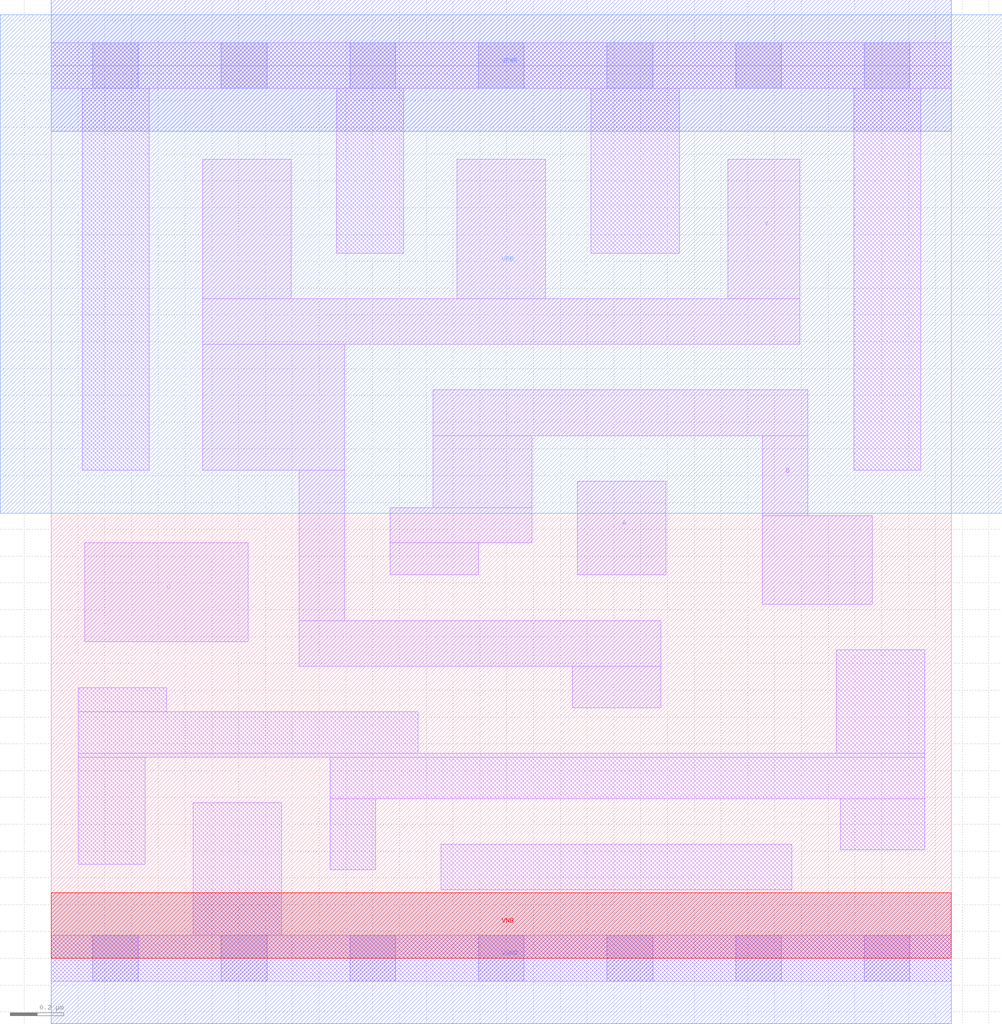
<source format=lef>
# Copyright 2020 The SkyWater PDK Authors
#
# Licensed under the Apache License, Version 2.0 (the "License");
# you may not use this file except in compliance with the License.
# You may obtain a copy of the License at
#
#     https://www.apache.org/licenses/LICENSE-2.0
#
# Unless required by applicable law or agreed to in writing, software
# distributed under the License is distributed on an "AS IS" BASIS,
# WITHOUT WARRANTIES OR CONDITIONS OF ANY KIND, either express or implied.
# See the License for the specific language governing permissions and
# limitations under the License.
#
# SPDX-License-Identifier: Apache-2.0

VERSION 5.7 ;
  NOWIREEXTENSIONATPIN ON ;
  DIVIDERCHAR "/" ;
  BUSBITCHARS "[]" ;
MACRO sky130_fd_sc_ms__nand3_2
  CLASS CORE ;
  FOREIGN sky130_fd_sc_ms__nand3_2 ;
  ORIGIN  0.000000  0.000000 ;
  SIZE  3.360000 BY  3.330000 ;
  SYMMETRY X Y ;
  SITE unit ;
  PIN A
    ANTENNAGATEAREA  0.625200 ;
    DIRECTION INPUT ;
    USE SIGNAL ;
    PORT
      LAYER li1 ;
        RECT 1.965000 1.430000 2.295000 1.780000 ;
    END
  END A
  PIN B
    ANTENNAGATEAREA  0.625200 ;
    DIRECTION INPUT ;
    USE SIGNAL ;
    PORT
      LAYER li1 ;
        RECT 1.265000 1.430000 1.595000 1.550000 ;
        RECT 1.265000 1.550000 1.795000 1.680000 ;
        RECT 1.425000 1.680000 1.795000 1.950000 ;
        RECT 1.425000 1.950000 2.825000 2.120000 ;
        RECT 2.655000 1.320000 3.065000 1.650000 ;
        RECT 2.655000 1.650000 2.825000 1.950000 ;
    END
  END B
  PIN C
    ANTENNAGATEAREA  0.625200 ;
    DIRECTION INPUT ;
    USE SIGNAL ;
    PORT
      LAYER li1 ;
        RECT 0.125000 1.180000 0.735000 1.550000 ;
    END
  END C
  PIN Y
    ANTENNADIFFAREA  1.120000 ;
    DIRECTION OUTPUT ;
    USE SIGNAL ;
    PORT
      LAYER li1 ;
        RECT 0.565000 1.820000 1.095000 2.290000 ;
        RECT 0.565000 2.290000 2.795000 2.460000 ;
        RECT 0.565000 2.460000 0.895000 2.980000 ;
        RECT 0.925000 1.090000 2.275000 1.260000 ;
        RECT 0.925000 1.260000 1.095000 1.820000 ;
        RECT 1.515000 2.460000 1.845000 2.980000 ;
        RECT 1.945000 0.935000 2.275000 1.090000 ;
        RECT 2.525000 2.460000 2.795000 2.980000 ;
    END
  END Y
  PIN VGND
    DIRECTION INOUT ;
    USE GROUND ;
    PORT
      LAYER met1 ;
        RECT 0.000000 -0.245000 3.360000 0.245000 ;
    END
  END VGND
  PIN VNB
    DIRECTION INOUT ;
    USE GROUND ;
    PORT
      LAYER pwell ;
        RECT 0.000000 0.000000 3.360000 0.245000 ;
    END
  END VNB
  PIN VPB
    DIRECTION INOUT ;
    USE POWER ;
    PORT
      LAYER nwell ;
        RECT -0.190000 1.660000 3.550000 3.520000 ;
    END
  END VPB
  PIN VPWR
    DIRECTION INOUT ;
    USE POWER ;
    PORT
      LAYER met1 ;
        RECT 0.000000 3.085000 3.360000 3.575000 ;
    END
  END VPWR
  OBS
    LAYER li1 ;
      RECT 0.000000 -0.085000 3.360000 0.085000 ;
      RECT 0.000000  3.245000 3.360000 3.415000 ;
      RECT 0.100000  0.350000 0.350000 0.750000 ;
      RECT 0.100000  0.750000 3.260000 0.765000 ;
      RECT 0.100000  0.765000 1.370000 0.920000 ;
      RECT 0.100000  0.920000 0.430000 1.010000 ;
      RECT 0.115000  1.820000 0.365000 3.245000 ;
      RECT 0.530000  0.085000 0.860000 0.580000 ;
      RECT 1.040000  0.330000 1.210000 0.595000 ;
      RECT 1.040000  0.595000 3.260000 0.750000 ;
      RECT 1.065000  2.630000 1.315000 3.245000 ;
      RECT 1.455000  0.255000 2.765000 0.425000 ;
      RECT 2.015000  2.630000 2.345000 3.245000 ;
      RECT 2.930000  0.765000 3.260000 1.150000 ;
      RECT 2.945000  0.405000 3.260000 0.595000 ;
      RECT 2.995000  1.820000 3.245000 3.245000 ;
    LAYER mcon ;
      RECT 0.155000 -0.085000 0.325000 0.085000 ;
      RECT 0.155000  3.245000 0.325000 3.415000 ;
      RECT 0.635000 -0.085000 0.805000 0.085000 ;
      RECT 0.635000  3.245000 0.805000 3.415000 ;
      RECT 1.115000 -0.085000 1.285000 0.085000 ;
      RECT 1.115000  3.245000 1.285000 3.415000 ;
      RECT 1.595000 -0.085000 1.765000 0.085000 ;
      RECT 1.595000  3.245000 1.765000 3.415000 ;
      RECT 2.075000 -0.085000 2.245000 0.085000 ;
      RECT 2.075000  3.245000 2.245000 3.415000 ;
      RECT 2.555000 -0.085000 2.725000 0.085000 ;
      RECT 2.555000  3.245000 2.725000 3.415000 ;
      RECT 3.035000 -0.085000 3.205000 0.085000 ;
      RECT 3.035000  3.245000 3.205000 3.415000 ;
  END
END sky130_fd_sc_ms__nand3_2
END LIBRARY

</source>
